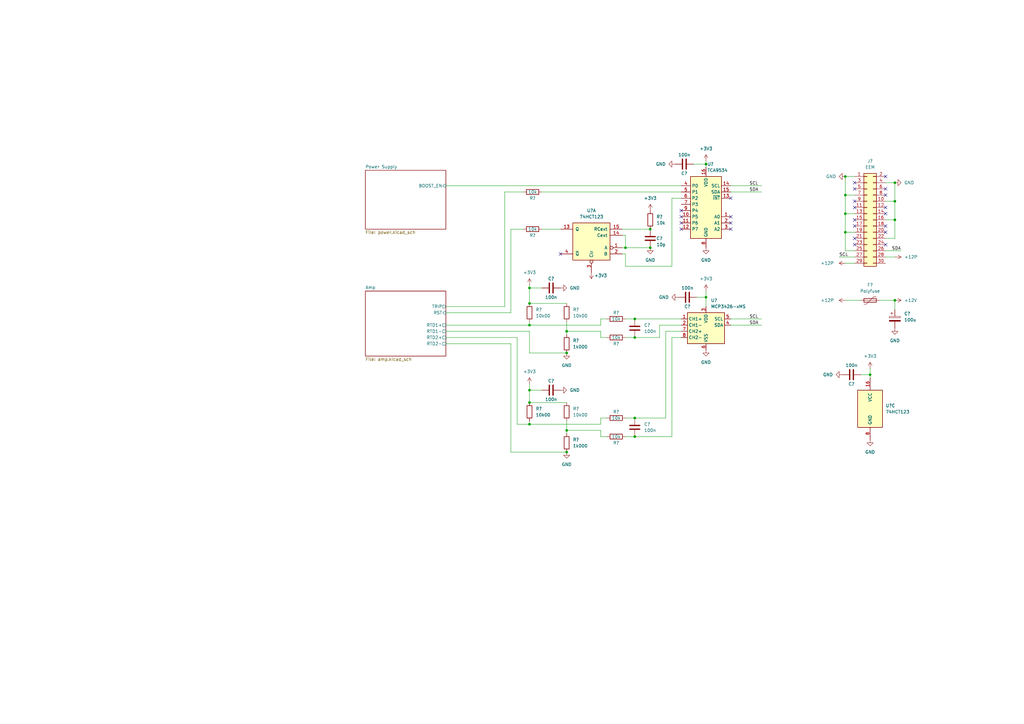
<source format=kicad_sch>
(kicad_sch (version 20211123) (generator eeschema)
  (paper "A3")
  (title_block (title "Usilitel") (date "2022-07-12") (rev "0.1") (company "M-Labs") (comment 1 "Wideband power amplifier") (comment 3 "a.k.a. topquark12") (comment 4 "Alex Wong Tat Hang"))
  (lib_symbols
    (symbol "74xx:74HCT123" (pin_names (offset 1.016))
      (property "Reference" "U" (at -7.62 8.89 0))
      (property "Value" "74HCT123" (at -7.62 -8.89 0))
      (symbol "74HCT123_1_0"
        (pin input inverted (at -12.7 -2.54 0) (length 5.08) (name "A") (number "1"))
        (pin output line (at 12.7 5.08 180) (length 5.08) (name "Q") (number "13"))
        (pin input line (at -12.7 2.54 0) (length 5.08) (name "Cext") (number "14"))
        (pin input line (at -12.7 5.08 0) (length 5.08) (name "RCext") (number "15"))
        (pin input line (at -12.7 -5.08 0) (length 5.08) (name "B") (number "2"))
        (pin input inverted (at 0 -12.7 90) (length 5.08) (name "Clr") (number "3"))
        (pin output line (at 12.7 -5.08 180) (length 5.08) (name "~{Q}") (number "4"))
      )
      (symbol "74HCT123_1_1"
        (rectangle (start -7.62 7.62) (end 7.62 -7.62) (stroke (width 0.254)) (fill (type background)))
      )
      (symbol "74HCT123_2_0"
        (pin input line (at -12.7 -5.08 0) (length 5.08) (name "B") (number "10"))
        (pin input inverted (at 0 -12.7 90) (length 5.08) (name "Clr") (number "11"))
        (pin output line (at 12.7 -5.08 180) (length 5.08) (name "~{Q}") (number "12"))
        (pin output line (at 12.7 5.08 180) (length 5.08) (name "Q") (number "5"))
        (pin input line (at -12.7 2.54 0) (length 5.08) (name "Cext") (number "6"))
        (pin input line (at -12.7 5.08 0) (length 5.08) (name "RCext") (number "7"))
        (pin input inverted (at -12.7 -2.54 0) (length 5.08) (name "A") (number "9"))
      )
      (symbol "74HCT123_2_1"
        (rectangle (start -7.62 7.62) (end 7.62 -7.62) (stroke (width 0.254)) (fill (type background)))
      )
      (symbol "74HCT123_3_0"
        (pin power_in line (at 0 12.7 270) (length 5.08) (name "VCC") (number "16"))
        (pin power_in line (at 0 -12.7 90) (length 5.08) (name "GND") (number "8"))
      )
      (symbol "74HCT123_3_1"
        (rectangle (start -5.08 7.62) (end 5.08 -7.62) (stroke (width 0.254)) (fill (type background)))
      )
    )
    (symbol "Analog_ADC:MCP3426-xMS"
      (property "Reference" "U" (at -3.81 8.89 0))
      (property "Value" "MCP3426-xMS" (at 2.54 8.89 0))
      (symbol "MCP3426-xMS_0_1"
        (rectangle (start -7.62 7.62) (end 7.62 -5.08) (stroke (width 0.254)) (fill (type background)))
      )
      (symbol "MCP3426-xMS_1_1"
        (pin input line (at -10.16 5.08 0) (length 2.54) (name "CH1+") (number "1"))
        (pin input line (at -10.16 2.54 0) (length 2.54) (name "CH1-") (number "2"))
        (pin power_in line (at 0 10.16 270) (length 2.54) (name "VDD") (number "3"))
        (pin bidirectional line (at 10.16 2.54 180) (length 2.54) (name "SDA") (number "4"))
        (pin input line (at 10.16 5.08 180) (length 2.54) (name "SCL") (number "5"))
        (pin power_in line (at 0 -7.62 90) (length 2.54) (name "VSS") (number "6"))
        (pin input line (at -10.16 0 0) (length 2.54) (name "CH2+") (number "7"))
        (pin input line (at -10.16 -2.54 0) (length 2.54) (name "CH2-") (number "8"))
      )
    )
    (symbol "Connector_Generic:Conn_02x15_Odd_Even" (pin_names (offset 1.016) hide)
      (property "Reference" "J" (at 1.27 20.32 0))
      (property "Value" "Conn_02x15_Odd_Even" (at 1.27 -20.32 0))
      (symbol "Conn_02x15_Odd_Even_1_1"
        (rectangle (start -1.27 -17.653) (end 0 -17.907) (stroke (width 0.1524)))
        (rectangle (start -1.27 -15.113) (end 0 -15.367) (stroke (width 0.1524)))
        (rectangle (start -1.27 -12.573) (end 0 -12.827) (stroke (width 0.1524)))
        (rectangle (start -1.27 -10.033) (end 0 -10.287) (stroke (width 0.1524)))
        (rectangle (start -1.27 -7.493) (end 0 -7.747) (stroke (width 0.1524)))
        (rectangle (start -1.27 -4.953) (end 0 -5.207) (stroke (width 0.1524)))
        (rectangle (start -1.27 -2.413) (end 0 -2.667) (stroke (width 0.1524)))
        (rectangle (start -1.27 0.127) (end 0 -0.127) (stroke (width 0.1524)))
        (rectangle (start -1.27 2.667) (end 0 2.413) (stroke (width 0.1524)))
        (rectangle (start -1.27 5.207) (end 0 4.953) (stroke (width 0.1524)))
        (rectangle (start -1.27 7.747) (end 0 7.493) (stroke (width 0.1524)))
        (rectangle (start -1.27 10.287) (end 0 10.033) (stroke (width 0.1524)))
        (rectangle (start -1.27 12.827) (end 0 12.573) (stroke (width 0.1524)))
        (rectangle (start -1.27 15.367) (end 0 15.113) (stroke (width 0.1524)))
        (rectangle (start -1.27 17.907) (end 0 17.653) (stroke (width 0.1524)))
        (rectangle (start -1.27 19.05) (end 3.81 -19.05) (stroke (width 0.254)) (fill (type background)))
        (rectangle (start 3.81 -17.653) (end 2.54 -17.907) (stroke (width 0.1524)))
        (rectangle (start 3.81 -15.113) (end 2.54 -15.367) (stroke (width 0.1524)))
        (rectangle (start 3.81 -12.573) (end 2.54 -12.827) (stroke (width 0.1524)))
        (rectangle (start 3.81 -10.033) (end 2.54 -10.287) (stroke (width 0.1524)))
        (rectangle (start 3.81 -7.493) (end 2.54 -7.747) (stroke (width 0.1524)))
        (rectangle (start 3.81 -4.953) (end 2.54 -5.207) (stroke (width 0.1524)))
        (rectangle (start 3.81 -2.413) (end 2.54 -2.667) (stroke (width 0.1524)))
        (rectangle (start 3.81 0.127) (end 2.54 -0.127) (stroke (width 0.1524)))
        (rectangle (start 3.81 2.667) (end 2.54 2.413) (stroke (width 0.1524)))
        (rectangle (start 3.81 5.207) (end 2.54 4.953) (stroke (width 0.1524)))
        (rectangle (start 3.81 7.747) (end 2.54 7.493) (stroke (width 0.1524)))
        (rectangle (start 3.81 10.287) (end 2.54 10.033) (stroke (width 0.1524)))
        (rectangle (start 3.81 12.827) (end 2.54 12.573) (stroke (width 0.1524)))
        (rectangle (start 3.81 15.367) (end 2.54 15.113) (stroke (width 0.1524)))
        (rectangle (start 3.81 17.907) (end 2.54 17.653) (stroke (width 0.1524)))
        (pin passive line (at -5.08 17.78 0) (length 3.81) (name "Pin_1") (number "1"))
        (pin passive line (at 7.62 7.62 180) (length 3.81) (name "Pin_10") (number "10"))
        (pin passive line (at -5.08 5.08 0) (length 3.81) (name "Pin_11") (number "11"))
        (pin passive line (at 7.62 5.08 180) (length 3.81) (name "Pin_12") (number "12"))
        (pin passive line (at -5.08 2.54 0) (length 3.81) (name "Pin_13") (number "13"))
        (pin passive line (at 7.62 2.54 180) (length 3.81) (name "Pin_14") (number "14"))
        (pin passive line (at -5.08 0 0) (length 3.81) (name "Pin_15") (number "15"))
        (pin passive line (at 7.62 0 180) (length 3.81) (name "Pin_16") (number "16"))
        (pin passive line (at -5.08 -2.54 0) (length 3.81) (name "Pin_17") (number "17"))
        (pin passive line (at 7.62 -2.54 180) (length 3.81) (name "Pin_18") (number "18"))
        (pin passive line (at -5.08 -5.08 0) (length 3.81) (name "Pin_19") (number "19"))
        (pin passive line (at 7.62 17.78 180) (length 3.81) (name "Pin_2") (number "2"))
        (pin passive line (at 7.62 -5.08 180) (length 3.81) (name "Pin_20") (number "20"))
        (pin passive line (at -5.08 -7.62 0) (length 3.81) (name "Pin_21") (number "21"))
        (pin passive line (at 7.62 -7.62 180) (length 3.81) (name "Pin_22") (number "22"))
        (pin passive line (at -5.08 -10.16 0) (length 3.81) (name "Pin_23") (number "23"))
        (pin passive line (at 7.62 -10.16 180) (length 3.81) (name "Pin_24") (number "24"))
        (pin passive line (at -5.08 -12.7 0) (length 3.81) (name "Pin_25") (number "25"))
        (pin passive line (at 7.62 -12.7 180) (length 3.81) (name "Pin_26") (number "26"))
        (pin passive line (at -5.08 -15.24 0) (length 3.81) (name "Pin_27") (number "27"))
        (pin passive line (at 7.62 -15.24 180) (length 3.81) (name "Pin_28") (number "28"))
        (pin passive line (at -5.08 -17.78 0) (length 3.81) (name "Pin_29") (number "29"))
        (pin passive line (at -5.08 15.24 0) (length 3.81) (name "Pin_3") (number "3"))
        (pin passive line (at 7.62 -17.78 180) (length 3.81) (name "Pin_30") (number "30"))
        (pin passive line (at 7.62 15.24 180) (length 3.81) (name "Pin_4") (number "4"))
        (pin passive line (at -5.08 12.7 0) (length 3.81) (name "Pin_5") (number "5"))
        (pin passive line (at 7.62 12.7 180) (length 3.81) (name "Pin_6") (number "6"))
        (pin passive line (at -5.08 10.16 0) (length 3.81) (name "Pin_7") (number "7"))
        (pin passive line (at 7.62 10.16 180) (length 3.81) (name "Pin_8") (number "8"))
        (pin passive line (at -5.08 7.62 0) (length 3.81) (name "Pin_9") (number "9"))
      )
    )
    (symbol "Device:C" (pin_numbers hide) (pin_names (offset 0.254))
      (property "Reference" "C" (at 0.635 2.54 0))
      (property "Value" "C" (at 0.635 -2.54 0))
      (symbol "C_0_1"
        (polyline (pts (xy -2.032 -0.762) (xy 2.032 -0.762)) (stroke (width 0.508)))
        (polyline (pts (xy -2.032 0.762) (xy 2.032 0.762)) (stroke (width 0.508)))
      )
      (symbol "C_1_1"
        (pin passive line (at 0 3.81 270) (length 2.794) (name "~") (number "1"))
        (pin passive line (at 0 -3.81 90) (length 2.794) (name "~") (number "2"))
      )
    )
    (symbol "Device:C_Polarized" (pin_numbers hide) (pin_names (offset 0.254))
      (property "Reference" "C" (at 0.635 2.54 0))
      (property "Value" "C_Polarized" (at 0.635 -2.54 0))
      (symbol "C_Polarized_0_1"
        (rectangle (start -2.286 0.508) (end 2.286 1.016))
        (polyline (pts (xy -1.778 2.286) (xy -0.762 2.286)))
        (polyline (pts (xy -1.27 2.794) (xy -1.27 1.778)))
        (rectangle (start 2.286 -0.508) (end -2.286 -1.016) (fill (type outline)))
      )
      (symbol "C_Polarized_1_1"
        (pin passive line (at 0 3.81 270) (length 2.794) (name "~") (number "1"))
        (pin passive line (at 0 -3.81 90) (length 2.794) (name "~") (number "2"))
      )
    )
    (symbol "Device:Polyfuse" (pin_numbers hide) (pin_names (offset 0))
      (property "Reference" "F" (at -2.54 0 90))
      (property "Value" "Polyfuse" (at 2.54 0 90))
      (symbol "Polyfuse_0_1"
        (rectangle (start -0.762 2.54) (end 0.762 -2.54) (stroke (width 0.254)))
        (polyline (pts (xy 0 2.54) (xy 0 -2.54)))
        (polyline (pts (xy -1.524 2.54) (xy -1.524 1.524) (xy 1.524 -1.524) (xy 1.524 -2.54)))
      )
      (symbol "Polyfuse_1_1"
        (pin passive line (at 0 3.81 270) (length 1.27) (name "~") (number "1"))
        (pin passive line (at 0 -3.81 90) (length 1.27) (name "~") (number "2"))
      )
    )
    (symbol "Device:R" (pin_numbers hide) (pin_names (offset 0))
      (property "Reference" "R" (at 2.032 0 90))
      (property "Value" "R" (at 0 0 90))
      (symbol "R_0_1"
        (rectangle (start -1.016 -2.54) (end 1.016 2.54) (stroke (width 0.254)))
      )
      (symbol "R_1_1"
        (pin passive line (at 0 3.81 270) (length 1.27) (name "~") (number "1"))
        (pin passive line (at 0 -3.81 90) (length 1.27) (name "~") (number "2"))
      )
    )
    (symbol "Interface_Expansion:TCA9534"
      (property "Reference" "U" (at -6.35 12.7 0))
      (property "Value" "TCA9534" (at 2.54 12.7 0))
      (symbol "TCA9534_0_1"
        (rectangle (start -6.35 -13.97) (end 6.35 11.43) (stroke (width 0.254)) (fill (type background)))
      )
      (symbol "TCA9534_1_1"
        (pin input line (at -10.16 -5.08 0) (length 3.81) (name "A0") (number "1"))
        (pin bidirectional line (at 10.16 -5.08 180) (length 3.81) (name "P5") (number "10"))
        (pin bidirectional line (at 10.16 -7.62 180) (length 3.81) (name "P6") (number "11"))
        (pin bidirectional line (at 10.16 -10.16 180) (length 3.81) (name "P7") (number "12"))
        (pin open_collector line (at -10.16 2.54 0) (length 3.81) (name "~{INT}") (number "13"))
        (pin input line (at -10.16 7.62 0) (length 3.81) (name "SCL") (number "14"))
        (pin bidirectional line (at -10.16 5.08 0) (length 3.81) (name "SDA") (number "15"))
        (pin power_in line (at 0 15.24 270) (length 3.81) (name "VDD") (number "16"))
        (pin input line (at -10.16 -7.62 0) (length 3.81) (name "A1") (number "2"))
        (pin input line (at -10.16 -10.16 0) (length 3.81) (name "A2") (number "3"))
        (pin bidirectional line (at 10.16 7.62 180) (length 3.81) (name "P0") (number "4"))
        (pin bidirectional line (at 10.16 5.08 180) (length 3.81) (name "P1") (number "5"))
        (pin bidirectional line (at 10.16 2.54 180) (length 3.81) (name "P2") (number "6"))
        (pin bidirectional line (at 10.16 0 180) (length 3.81) (name "P3") (number "7"))
        (pin power_in line (at 0 -17.78 90) (length 3.81) (name "GND") (number "8"))
        (pin bidirectional line (at 10.16 -2.54 180) (length 3.81) (name "P4") (number "9"))
      )
    )
    (symbol "power:+12P" (power) (pin_names (offset 0))
      (property "Value" "+12P" (at 0 3.556 0))
      (symbol "+12P_0_1"
        (polyline (pts (xy -0.762 1.27) (xy 0 2.54)))
        (polyline (pts (xy 0 0) (xy 0 2.54)))
        (polyline (pts (xy 0 2.54) (xy 0.762 1.27)))
      )
      (symbol "+12P_1_1"
        (pin power_in line (at 0 0 90) (length 0) hide (name "+12P") (number "1"))
      )
    )
    (symbol "power:+12V" (power) (pin_names (offset 0))
      (property "Value" "+12V" (at 0 3.556 0))
      (symbol "+12V_0_1"
        (polyline (pts (xy -0.762 1.27) (xy 0 2.54)))
        (polyline (pts (xy 0 0) (xy 0 2.54)))
        (polyline (pts (xy 0 2.54) (xy 0.762 1.27)))
      )
      (symbol "+12V_1_1"
        (pin power_in line (at 0 0 90) (length 0) hide (name "+12V") (number "1"))
      )
    )
    (symbol "power:+3V3" (power) (pin_names (offset 0))
      (property "Value" "+3V3" (at 0 3.556 0))
      (symbol "+3V3_0_1"
        (polyline (pts (xy -0.762 1.27) (xy 0 2.54)))
        (polyline (pts (xy 0 0) (xy 0 2.54)))
        (polyline (pts (xy 0 2.54) (xy 0.762 1.27)))
      )
      (symbol "+3V3_1_1"
        (pin power_in line (at 0 0 90) (length 0) hide (name "+3V3") (number "1"))
      )
    )
    (symbol "power:GND" (power) (pin_names (offset 0))
      (property "Value" "GND" (at 0 -3.81 0))
      (symbol "GND_0_1"
        (polyline (pts (xy 0 0) (xy 0 -1.27) (xy 1.27 -1.27) (xy 0 -2.54) (xy -1.27 -1.27) (xy 0 -1.27)))
      )
      (symbol "GND_1_1"
        (pin power_in line (at 0 0 270) (length 0) hide (name "GND") (number "1"))
      )
    )
  )
  (junction (at 217.17 118.11))
  (junction (at 217.17 133.35))
  (junction (at 260.35 130.81))
  (junction (at 260.35 171.45))
  (junction (at 367.03 74.93))
  (junction (at 346.71 87.63))
  (junction (at 289.56 67.31))
  (junction (at 346.71 95.25))
  (junction (at 217.17 173.99))
  (junction (at 232.41 144.78))
  (junction (at 217.17 160.02))
  (junction (at 232.41 135.89))
  (junction (at 346.71 80.01))
  (junction (at 217.17 165.1))
  (junction (at 266.7 101.6))
  (junction (at 232.41 176.53))
  (junction (at 367.03 123.19))
  (junction (at 232.41 185.42))
  (junction (at 367.03 82.55))
  (junction (at 217.17 124.46))
  (junction (at 356.87 153.67))
  (junction (at 260.35 179.07))
  (junction (at 260.35 138.43))
  (junction (at 266.7 93.98))
  (junction (at 289.56 121.92))
  (junction (at 346.71 72.39))
  (junction (at 256.54 101.6))
  (junction (at 367.03 90.17))
  (no_connect (at 363.22 80.01))
  (no_connect (at 350.52 82.55))
  (no_connect (at 350.52 90.17))
  (no_connect (at 350.52 92.71))
  (no_connect (at 350.52 97.79))
  (no_connect (at 350.52 100.33))
  (no_connect (at 350.52 74.93))
  (no_connect (at 350.52 77.47))
  (no_connect (at 363.22 72.39))
  (no_connect (at 363.22 77.47))
  (no_connect (at 350.52 85.09))
  (no_connect (at 363.22 87.63))
  (no_connect (at 363.22 85.09))
  (no_connect (at 363.22 95.25))
  (no_connect (at 363.22 92.71))
  (no_connect (at 363.22 100.33))
  (no_connect (at 299.72 93.98))
  (no_connect (at 299.72 91.44))
  (no_connect (at 299.72 88.9))
  (no_connect (at 279.4 93.98))
  (no_connect (at 279.4 91.44))
  (no_connect (at 279.4 88.9))
  (no_connect (at 279.4 86.36))
  (no_connect (at 299.72 81.28))
  (no_connect (at 229.87 104.14))
  (wire (pts (xy 363.22 90.17) (xy 367.03 90.17)))
  (wire (pts (xy 284.48 67.31) (xy 289.56 67.31)))
  (wire (pts (xy 209.55 93.98) (xy 209.55 128.27)))
  (wire (pts (xy 275.59 109.22) (xy 275.59 81.28)))
  (wire (pts (xy 246.38 133.35) (xy 217.17 133.35)))
  (wire (pts (xy 217.17 160.02) (xy 222.25 160.02)))
  (wire (pts (xy 246.38 138.43) (xy 248.92 138.43)))
  (wire (pts (xy 217.17 157.48) (xy 217.17 160.02)))
  (wire (pts (xy 217.17 118.11) (xy 222.25 118.11)))
  (wire (pts (xy 217.17 135.89) (xy 217.17 144.78)))
  (wire (pts (xy 346.71 107.95) (xy 350.52 107.95)))
  (wire (pts (xy 182.88 125.73) (xy 207.01 125.73)))
  (wire (pts (xy 299.72 130.81) (xy 312.42 130.81)))
  (wire (pts (xy 246.38 171.45) (xy 248.92 171.45)))
  (wire (pts (xy 270.51 138.43) (xy 270.51 133.35)))
  (wire (pts (xy 222.25 78.74) (xy 279.4 78.74)))
  (wire (pts (xy 289.56 67.31) (xy 289.56 68.58)))
  (wire (pts (xy 212.09 138.43) (xy 212.09 173.99)))
  (wire (pts (xy 246.38 179.07) (xy 248.92 179.07)))
  (wire (pts (xy 346.71 72.39) (xy 350.52 72.39)))
  (wire (pts (xy 255.27 96.52) (xy 256.54 96.52)))
  (wire (pts (xy 246.38 135.89) (xy 246.38 138.43)))
  (wire (pts (xy 246.38 171.45) (xy 246.38 173.99)))
  (wire (pts (xy 217.17 133.35) (xy 217.17 132.08)))
  (wire (pts (xy 246.38 176.53) (xy 246.38 179.07)))
  (wire (pts (xy 260.35 171.45) (xy 273.05 171.45)))
  (wire (pts (xy 346.71 80.01) (xy 346.71 72.39)))
  (wire (pts (xy 256.54 101.6) (xy 266.7 101.6)))
  (wire (pts (xy 289.56 121.92) (xy 289.56 125.73)))
  (wire (pts (xy 182.88 138.43) (xy 212.09 138.43)))
  (wire (pts (xy 260.35 138.43) (xy 270.51 138.43)))
  (wire (pts (xy 232.41 135.89) (xy 246.38 135.89)))
  (wire (pts (xy 346.71 102.87) (xy 346.71 95.25)))
  (wire (pts (xy 350.52 102.87) (xy 346.71 102.87)))
  (wire (pts (xy 222.25 93.98) (xy 229.87 93.98)))
  (wire (pts (xy 256.54 171.45) (xy 260.35 171.45)))
  (wire (pts (xy 346.71 87.63) (xy 346.71 80.01)))
  (wire (pts (xy 256.54 179.07) (xy 260.35 179.07)))
  (wire (pts (xy 214.63 93.98) (xy 209.55 93.98)))
  (wire (pts (xy 182.88 128.27) (xy 209.55 128.27)))
  (wire (pts (xy 217.17 173.99) (xy 217.17 172.72)))
  (wire (pts (xy 212.09 173.99) (xy 217.17 173.99)))
  (wire (pts (xy 270.51 133.35) (xy 279.4 133.35)))
  (wire (pts (xy 346.71 95.25) (xy 346.71 87.63)))
  (wire (pts (xy 275.59 138.43) (xy 279.4 138.43)))
  (wire (pts (xy 255.27 104.14) (xy 256.54 104.14)))
  (wire (pts (xy 363.22 82.55) (xy 367.03 82.55)))
  (wire (pts (xy 299.72 76.2) (xy 312.42 76.2)))
  (wire (pts (xy 289.56 66.04) (xy 289.56 67.31)))
  (wire (pts (xy 256.54 138.43) (xy 260.35 138.43)))
  (wire (pts (xy 246.38 130.81) (xy 248.92 130.81)))
  (wire (pts (xy 350.52 95.25) (xy 346.71 95.25)))
  (wire (pts (xy 367.03 82.55) (xy 367.03 74.93)))
  (wire (pts (xy 256.54 104.14) (xy 256.54 109.22)))
  (wire (pts (xy 182.88 133.35) (xy 217.17 133.35)))
  (wire (pts (xy 360.68 123.19) (xy 367.03 123.19)))
  (wire (pts (xy 299.72 133.35) (xy 312.42 133.35)))
  (wire (pts (xy 232.41 176.53) (xy 246.38 176.53)))
  (wire (pts (xy 299.72 78.74) (xy 312.42 78.74)))
  (wire (pts (xy 182.88 140.97) (xy 209.55 140.97)))
  (wire (pts (xy 217.17 165.1) (xy 232.41 165.1)))
  (wire (pts (xy 273.05 171.45) (xy 273.05 135.89)))
  (wire (pts (xy 273.05 135.89) (xy 279.4 135.89)))
  (wire (pts (xy 256.54 130.81) (xy 260.35 130.81)))
  (wire (pts (xy 275.59 179.07) (xy 275.59 138.43)))
  (wire (pts (xy 289.56 119.38) (xy 289.56 121.92)))
  (wire (pts (xy 217.17 118.11) (xy 217.17 124.46)))
  (wire (pts (xy 232.41 135.89) (xy 232.41 137.16)))
  (wire (pts (xy 363.22 74.93) (xy 367.03 74.93)))
  (wire (pts (xy 246.38 130.81) (xy 246.38 133.35)))
  (wire (pts (xy 275.59 81.28) (xy 279.4 81.28)))
  (wire (pts (xy 350.52 80.01) (xy 346.71 80.01)))
  (wire (pts (xy 363.22 97.79) (xy 367.03 97.79)))
  (wire (pts (xy 207.01 78.74) (xy 214.63 78.74)))
  (wire (pts (xy 209.55 185.42) (xy 232.41 185.42)))
  (wire (pts (xy 353.06 153.67) (xy 356.87 153.67)))
  (wire (pts (xy 260.35 179.07) (xy 275.59 179.07)))
  (wire (pts (xy 260.35 130.81) (xy 279.4 130.81)))
  (wire (pts (xy 255.27 93.98) (xy 266.7 93.98)))
  (wire (pts (xy 285.75 121.92) (xy 289.56 121.92)))
  (wire (pts (xy 246.38 173.99) (xy 217.17 173.99)))
  (wire (pts (xy 344.17 105.41) (xy 350.52 105.41)))
  (wire (pts (xy 232.41 172.72) (xy 232.41 176.53)))
  (wire (pts (xy 256.54 109.22) (xy 275.59 109.22)))
  (wire (pts (xy 363.22 102.87) (xy 369.57 102.87)))
  (wire (pts (xy 217.17 160.02) (xy 217.17 165.1)))
  (wire (pts (xy 255.27 101.6) (xy 256.54 101.6)))
  (wire (pts (xy 350.52 87.63) (xy 346.71 87.63)))
  (wire (pts (xy 363.22 105.41) (xy 367.03 105.41)))
  (wire (pts (xy 209.55 140.97) (xy 209.55 185.42)))
  (wire (pts (xy 356.87 151.13) (xy 356.87 153.67)))
  (wire (pts (xy 182.88 135.89) (xy 217.17 135.89)))
  (wire (pts (xy 232.41 132.08) (xy 232.41 135.89)))
  (wire (pts (xy 182.88 76.2) (xy 279.4 76.2)))
  (wire (pts (xy 367.03 97.79) (xy 367.03 90.17)))
  (wire (pts (xy 367.03 90.17) (xy 367.03 82.55)))
  (wire (pts (xy 232.41 176.53) (xy 232.41 177.8)))
  (wire (pts (xy 217.17 124.46) (xy 232.41 124.46)))
  (wire (pts (xy 256.54 96.52) (xy 256.54 101.6)))
  (wire (pts (xy 367.03 123.19) (xy 367.03 127)))
  (wire (pts (xy 217.17 144.78) (xy 232.41 144.78)))
  (wire (pts (xy 356.87 153.67) (xy 356.87 154.94)))
  (wire (pts (xy 346.71 123.19) (xy 353.06 123.19)))
  (wire (pts (xy 217.17 116.84) (xy 217.17 118.11)))
  (wire (pts (xy 207.01 78.74) (xy 207.01 125.73)))
  (label "SDA" (at 307.34 133.35 0))
  (label "SDA" (at 365.76 102.87 0))
  (label "SCL" (at 307.34 76.2 0))
  (label "SCL" (at 344.17 105.41 0))
  (label "SDA" (at 307.34 78.74 0))
  (label "SCL" (at 307.34 130.81 0))
  (symbol (lib_id "Device:C") (at 280.67 67.31 90) (unit 1)
    (property "Reference" "C?" (at 280.67 71.12 90))
    (property "Value" "100n" (at 280.67 63.5 90))
  )
  (symbol (lib_id "power:GND") (at 278.13 121.92 270) (unit 1)
    (property "Reference" "#PWR?" (effects hide))
    (property "Value" "GND" (at 274.32 121.9199 90) (effects (justify right)))
  )
  (symbol (lib_id "power:+12P") (at 367.03 105.41 270) (unit 1)
    (property "Reference" "#PWR?" (effects hide))
    (property "Value" "+12P" (at 370.84 105.4099 90) (effects (justify left)))
  )
  (symbol (lib_id "Connector_Generic:Conn_02x15_Odd_Even") (at 355.6 90.17 0) (unit 1)
    (property "Reference" "J?" (at 356.87 66.04 0))
    (property "Value" "EEM" (at 356.87 68.58 0))
  )
  (symbol (lib_id "Device:Polyfuse") (at 356.87 123.19 90) (unit 1)
    (property "Reference" "F?" (at 356.87 116.84 90))
    (property "Value" "Polyfuse" (at 356.87 119.38 90))
  )
  (symbol (lib_id "Device:R") (at 252.73 138.43 90) (unit 1)
    (property "Reference" "R?" (at 252.73 140.97 90))
    (property "Value" "10k" (at 252.73 138.43 90))
  )
  (symbol (lib_id "power:+3V3") (at 242.57 111.76 180) (unit 1)
    (property "Reference" "#PWR?" (effects hide))
    (property "Value" "+3V3" (at 246.38 113.03 0))
  )
  (symbol (lib_id "Device:C") (at 226.06 118.11 270) (unit 1)
    (property "Reference" "C?" (at 226.06 114.3 90))
    (property "Value" "100n" (at 226.06 121.92 90))
  )
  (symbol (lib_id "Device:R") (at 218.44 78.74 90) (unit 1)
    (property "Reference" "R?" (at 218.44 81.28 90))
    (property "Value" "10k" (at 218.44 78.74 90))
  )
  (symbol (lib_id "power:GND") (at 367.03 134.62 0) (unit 1)
    (property "Reference" "#PWR?" (effects hide))
    (property "Value" "GND" (at 367.03 139.7 0))
  )
  (symbol (lib_id "power:+3V3") (at 217.17 116.84 0) (unit 1)
    (property "Reference" "#PWR?" (effects hide))
    (property "Value" "+3V3" (at 217.17 111.76 0))
  )
  (symbol (lib_id "74xx:74HCT123") (at 356.87 167.64 0) (unit 3)
    (property "Reference" "U?" (at 363.22 166.3699 0) (effects (justify left)))
    (property "Value" "74HCT123" (at 363.22 168.9099 0) (effects (justify left)))
    (property "Datasheet" "https://assets.nexperia.com/documents/data-sheet/74HC_HCT123.pdf" (effects hide))
  )
  (symbol (lib_id "power:GND") (at 289.56 101.6 0) (unit 1)
    (property "Reference" "#PWR?" (effects hide))
    (property "Value" "GND" (at 289.56 106.68 0))
  )
  (symbol (lib_id "Device:C_Polarized") (at 367.03 130.81 0) (unit 1)
    (property "Reference" "C?" (at 370.84 128.6509 0) (effects (justify left)))
    (property "Value" "100u" (at 370.84 131.1909 0) (effects (justify left)))
  )
  (symbol (lib_id "Device:C") (at 260.35 175.26 0) (unit 1)
    (property "Reference" "C?" (at 264.16 173.9899 0) (effects (justify left)))
    (property "Value" "100n" (at 264.16 176.5299 0) (effects (justify left)))
  )
  (symbol (lib_id "power:+3V3") (at 356.87 151.13 0) (unit 1)
    (property "Reference" "#PWR?" (effects hide))
    (property "Value" "+3V3" (at 356.87 146.05 0))
  )
  (symbol (lib_id "power:GND") (at 229.87 160.02 90) (unit 1)
    (property "Reference" "#PWR?" (effects hide))
    (property "Value" "GND" (at 233.68 160.0201 90) (effects (justify right)))
  )
  (symbol (lib_id "power:+12P") (at 346.71 123.19 90) (unit 1)
    (property "Reference" "#PWR?" (effects hide))
    (property "Value" "+12P" (at 336.55 123.19 90) (effects (justify right)))
  )
  (symbol (lib_id "Device:R") (at 252.73 171.45 90) (unit 1)
    (property "Reference" "R?" (at 252.73 168.91 90))
    (property "Value" "10k" (at 252.73 171.45 90))
  )
  (symbol (lib_id "power:GND") (at 356.87 180.34 0) (unit 1)
    (property "Reference" "#PWR?" (effects hide))
    (property "Value" "GND" (at 356.87 185.42 0))
  )
  (symbol (lib_id "Interface_Expansion:TCA9534") (at 289.56 83.82 0) (mirror y) (unit 1)
    (property "Reference" "U?" (at 290.0806 67.31 0) (effects (justify right)))
    (property "Value" "TCA9534" (at 290.0806 69.85 0) (effects (justify right)))
    (property "Datasheet" "http://www.ti.com/lit/ds/symlink/tca9534.pdf" (effects hide))
  )
  (symbol (lib_id "Device:R") (at 217.17 128.27 0) (unit 1)
    (property "Reference" "R?" (at 219.71 126.9999 0) (effects (justify left)))
    (property "Value" "10k00" (at 219.71 129.5399 0) (effects (justify left)))
  )
  (symbol (lib_id "power:+3V3") (at 266.7 86.36 0) (unit 1)
    (property "Reference" "#PWR?" (effects hide))
    (property "Value" "+3V3" (at 266.7 81.28 0))
  )
  (symbol (lib_id "Device:R") (at 232.41 181.61 0) (unit 1)
    (property "Reference" "R?" (at 234.95 180.3399 0) (effects (justify left)))
    (property "Value" "1k000" (at 234.95 182.8799 0) (effects (justify left)))
  )
  (symbol (lib_id "Device:R") (at 232.41 128.27 0) (unit 1)
    (property "Reference" "R?" (at 234.95 126.9999 0) (effects (justify left)))
    (property "Value" "10k00" (at 234.95 129.5399 0) (effects (justify left)))
  )
  (symbol (lib_id "Device:C") (at 349.25 153.67 90) (unit 1)
    (property "Reference" "C?" (at 349.25 157.48 90))
    (property "Value" "100n" (at 349.25 149.86 90))
  )
  (symbol (lib_id "power:+3V3") (at 289.56 66.04 0) (unit 1)
    (property "Reference" "#PWR?" (effects hide))
    (property "Value" "+3V3" (at 289.56 60.96 0))
  )
  (symbol (lib_id "Device:C") (at 266.7 97.79 0) (unit 1)
    (property "Reference" "C?" (at 269.24 97.79 0) (effects (justify left)))
    (property "Value" "10p" (at 269.24 100.33 0) (effects (justify left)))
  )
  (symbol (lib_id "power:GND") (at 229.87 118.11 90) (unit 1)
    (property "Reference" "#PWR?" (effects hide))
    (property "Value" "GND" (at 233.68 118.1101 90) (effects (justify right)))
  )
  (symbol (lib_id "Device:R") (at 266.7 90.17 0) (unit 1)
    (property "Reference" "R?" (at 269.24 88.8999 0) (effects (justify left)))
    (property "Value" "10k" (at 269.24 91.4399 0) (effects (justify left)))
  )
  (symbol (lib_id "Device:C") (at 226.06 160.02 270) (unit 1)
    (property "Reference" "C?" (at 226.06 156.21 90))
    (property "Value" "100n" (at 226.06 163.83 90))
  )
  (symbol (lib_id "power:GND") (at 232.41 144.78 0) (unit 1)
    (property "Reference" "#PWR?" (effects hide))
    (property "Value" "GND" (at 232.41 149.86 0))
  )
  (symbol (lib_id "Device:R") (at 232.41 140.97 0) (unit 1)
    (property "Reference" "R?" (at 234.95 139.6999 0) (effects (justify left)))
    (property "Value" "1k000" (at 234.95 142.2399 0) (effects (justify left)))
  )
  (symbol (lib_id "power:GND") (at 367.03 74.93 90) (unit 1)
    (property "Reference" "#PWR?" (effects hide))
    (property "Value" "GND" (at 370.84 74.9299 90) (effects (justify right)))
  )
  (symbol (lib_id "power:GND") (at 289.56 143.51 0) (unit 1)
    (property "Reference" "#PWR?" (effects hide))
    (property "Value" "GND" (at 289.56 148.59 0))
  )
  (symbol (lib_id "power:+3V3") (at 217.17 157.48 0) (unit 1)
    (property "Reference" "#PWR?" (effects hide))
    (property "Value" "+3V3" (at 217.17 152.4 0))
  )
  (symbol (lib_id "power:GND") (at 232.41 185.42 0) (unit 1)
    (property "Reference" "#PWR?" (effects hide))
    (property "Value" "GND" (at 232.41 190.5 0))
  )
  (symbol (lib_id "Device:R") (at 232.41 168.91 0) (unit 1)
    (property "Reference" "R?" (at 234.95 167.6399 0) (effects (justify left)))
    (property "Value" "10k00" (at 234.95 170.1799 0) (effects (justify left)))
  )
  (symbol (lib_id "74xx:74HCT123") (at 242.57 99.06 0) (mirror y) (unit 1)
    (property "Reference" "U?" (at 242.57 86.36 0))
    (property "Value" "74HCT123" (at 242.57 88.9 0))
    (property "Datasheet" "https://assets.nexperia.com/documents/data-sheet/74HC_HCT123.pdf" (effects hide))
  )
  (symbol (lib_id "power:+12V") (at 367.03 123.19 270) (unit 1)
    (property "Reference" "#PWR?" (effects hide))
    (property "Value" "+12V" (at 370.84 123.1899 90) (effects (justify left)))
  )
  (symbol (lib_id "power:GND") (at 266.7 101.6 0) (unit 1)
    (property "Reference" "#PWR?" (effects hide))
    (property "Value" "GND" (at 266.7 106.68 0))
  )
  (symbol (lib_id "Device:C") (at 260.35 134.62 0) (unit 1)
    (property "Reference" "C?" (at 264.16 133.3499 0) (effects (justify left)))
    (property "Value" "100n" (at 264.16 135.8899 0) (effects (justify left)))
  )
  (symbol (lib_id "Analog_ADC:MCP3426-xMS") (at 289.56 135.89 0) (unit 1)
    (property "Reference" "U?" (at 291.5794 123.19 0) (effects (justify left)))
    (property "Value" "MCP3426-xMS" (at 291.5794 125.73 0) (effects (justify left)))
    (property "Datasheet" "http://ww1.microchip.com/downloads/en/DeviceDoc/22226a.pdf" (effects hide))
  )
  (symbol (lib_id "Device:C") (at 281.94 121.92 90) (unit 1)
    (property "Reference" "C?" (at 281.94 125.73 90))
    (property "Value" "100n" (at 281.94 118.11 90))
  )
  (symbol (lib_id "Device:R") (at 252.73 179.07 90) (unit 1)
    (property "Reference" "R?" (at 252.73 181.61 90))
    (property "Value" "10k" (at 252.73 179.07 90))
  )
  (symbol (lib_id "power:GND") (at 345.44 153.67 270) (unit 1)
    (property "Reference" "#PWR?" (effects hide))
    (property "Value" "GND" (at 341.63 153.6699 90) (effects (justify right)))
  )
  (symbol (lib_id "power:GND") (at 276.86 67.31 270) (unit 1)
    (property "Reference" "#PWR?" (effects hide))
    (property "Value" "GND" (at 273.05 67.3099 90) (effects (justify right)))
  )
  (symbol (lib_id "Device:R") (at 252.73 130.81 90) (unit 1)
    (property "Reference" "R?" (at 252.73 128.27 90))
    (property "Value" "10k" (at 252.73 130.81 90))
  )
  (symbol (lib_id "power:+12P") (at 346.71 107.95 90) (unit 1)
    (property "Reference" "#PWR?" (effects hide))
    (property "Value" "+12P" (at 336.55 107.95 90) (effects (justify right)))
  )
  (symbol (lib_id "power:GND") (at 346.71 72.39 270) (unit 1)
    (property "Reference" "#PWR?" (effects hide))
    (property "Value" "GND" (at 342.9 72.3899 90) (effects (justify right)))
  )
  (symbol (lib_id "Device:R") (at 217.17 168.91 0) (unit 1)
    (property "Reference" "R?" (at 219.71 167.6399 0) (effects (justify left)))
    (property "Value" "10k00" (at 219.71 170.1799 0) (effects (justify left)))
  )
  (symbol (lib_id "Device:R") (at 218.44 93.98 90) (unit 1)
    (property "Reference" "R?" (at 218.44 96.52 90))
    (property "Value" "10k" (at 218.44 93.98 90))
  )
  (symbol (lib_id "power:+3V3") (at 289.56 119.38 0) (unit 1)
    (property "Reference" "#PWR?" (effects hide))
    (property "Value" "+3V3" (at 289.56 114.3 0))
  )
  (sheet (at 149.86 119.38) (size 33.02 26.67) (stroke (width 0.1524))
    (property "Sheet name" "Amp" (at 149.86 118.6684 0) (effects (justify left bottom)))
    (property "Sheet file" "amp.kicad_sch" (at 149.86 146.6346 0) (effects (justify left top)))
    (pin "RST" input (at 182.88 128.27 0))
    (pin "TRIP" output (at 182.88 125.73 0))
    (pin "RTD2+" passive (at 182.88 138.43 0))
    (pin "RTD2-" passive (at 182.88 140.97 0))
    (pin "RTD1+" passive (at 182.88 133.35 0))
    (pin "RTD1-" passive (at 182.88 135.89 0))
  )
  (sheet (at 149.86 69.85) (size 33.02 24.13) (stroke (width 0.1524))
    (property "Sheet name" "Power Supply" (at 149.86 69.1384 0) (effects (justify left bottom)))
    (property "Sheet file" "power.kicad_sch" (at 149.86 94.5646 0) (effects (justify left top)))
    (pin "BOOST_EN" input (at 182.88 76.2 0))
  )
)
</source>
